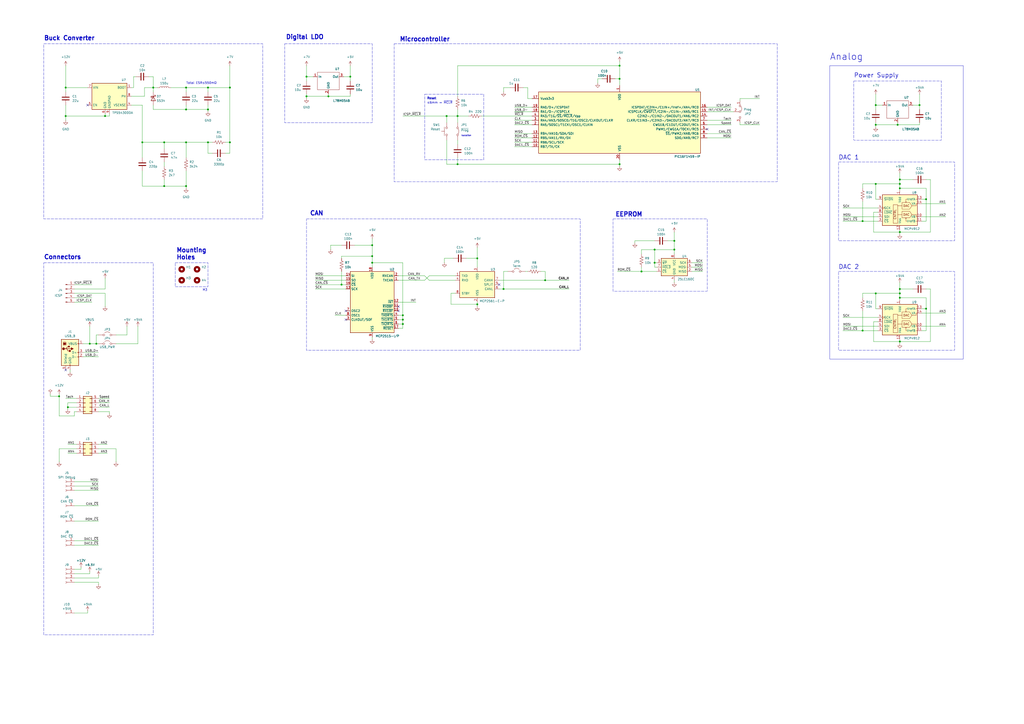
<source format=kicad_sch>
(kicad_sch (version 20250114) (generator "eeschema") (generator_version "9.0")
  (paper "A2")
  (title_block (title "CAN Gauge Interface") (date "2025-09-19") (rev "0.1") (company "Sam Anthony"))
  (rectangle (start 25.4 25.4) (end 152.4 127) (stroke (width 0) (type dash)))
  (rectangle (start 495.3 46.99) (end 546.1 81.28) (stroke (width 0) (type dash)))
  (rectangle (start 355.6 127) (end 410.21 168.91) (stroke (width 0) (type dash)))
  (rectangle (start 101.6 152.3999) (end 120.65 166.3699) (stroke (width 0) (type dash)))
  (rectangle (start 165.1 25.4) (end 215.9 71.12) (stroke (width 0) (type dash)))
  (rectangle (start 246.38 54.61) (end 280.67 92.71) (stroke (width 0) (type dash)))
  (rectangle (start 486.41 157.48) (end 553.72 203.2) (stroke (width 0) (type dash)))
  (rectangle (start 177.8 127) (end 336.55 203.2) (stroke (width 0) (type dash)))
  (rectangle (start 25.4 152.4) (end 88.9 368.3) (stroke (width 0) (type dash)))
  (rectangle (start 486.41 93.98) (end 553.72 139.7) (stroke (width 0) (type dash)))
  (rectangle (start 228.6 25.4) (end 450.85 105.41) (stroke (width 0) (type dash)))
  (rectangle (start 481.33 38.1) (end 558.8 208.28))
  (text "Connectors" (at 25.4 149.225 0) (effects (font (size 2.54 2.54) (thickness 0.508) (bold yes)) (justify left)))
  (text "Power Supply" (at 495.3 43.815 0) (effects (font (size 2.54 2.54) (thickness 0.254) (bold yes)) (justify left)))
  (text "Buck Converter" (at 25.4 22.225 0) (effects (font (size 2.54 2.54) (thickness 0.508) (bold yes)) (justify left)))
  (text "Total ESR≤550mΩ" (at 107.95 48.26 0) (effects (font (size 1.27 1.27)) (justify left)))
  (text "CAN" (at 179.705 123.825 0) (effects (font (size 2.54 2.54) (thickness 0.508) (bold yes)) (justify left)))
  (text "Reset" (at 247.65 57.15 0) (effects (font (size 1.27 1.27) (thickness 0.254) (bold yes)) (justify left)))
  (text "Mounting\nHoles" (at 102.235 147.3199 0) (effects (font (size 2.54 2.54) (thickness 0.508) (bold yes)) (justify left)))
  (text "M3\n" (at 117.475 168.2749 0) (effects (font (size 1.27 1.27)) (justify left)))
  (text "EEPROM" (at 356.87 124.46 0) (effects (font (size 2.54 2.54) (thickness 0.508) (bold yes)) (justify left)))
  (text "Digital LDO" (at 165.735 21.59 0) (effects (font (size 2.54 2.54) (thickness 0.508) (bold yes)) (justify left)))
  (text "≤6mm ↔ ~{MCLR}" (at 247.65 59.69 0) (effects (font (size 1.27 1.27)) (justify left)))
  (text "DAC 1" (at 486.41 91.44 0) (effects (font (size 2.54 2.54) (thickness 0.254) (bold yes)) (justify left)))
  (text "Microcontroller" (at 231.775 22.86 0) (effects (font (size 2.54 2.54) (thickness 0.508) (bold yes)) (justify left)))
  (text "Analog" (at 481.33 33.02 0) (effects (font (size 3.81 3.81) (thickness 0.254) (bold yes)) (justify left)))
  (text "Isolation" (at 270.51 78.74 0) (effects (font (size 0.889 0.889))))
  (text "DAC 2" (at 486.41 154.94 0) (effects (font (size 2.54 2.54) (thickness 0.254) (bold yes)) (justify left)))
  (junction (at 38.1 50.8))
  (junction (at 120.65 50.8))
  (junction (at 39.37 236.22))
  (junction (at 521.97 170.18))
  (junction (at 120.65 63.5))
  (junction (at 521.97 172.72))
  (junction (at 391.16 144.78))
  (junction (at 521.97 104.14))
  (junction (at 233.68 185.42))
  (junction (at 533.4 60.96))
  (junction (at 508 170.18))
  (junction (at 391.16 139.7))
  (junction (at 537.21 115.57))
  (junction (at 60.96 67.31))
  (junction (at 500.38 191.77))
  (junction (at 359.41 38.1))
  (junction (at 107.95 82.55))
  (junction (at 34.29 229.87))
  (junction (at 203.2 44.45))
  (junction (at 107.95 63.5))
  (junction (at 177.8 55.88))
  (junction (at 233.68 182.88))
  (junction (at 359.41 45.72))
  (junction (at 120.65 82.55))
  (junction (at 55.88 199.39))
  (junction (at 500.38 128.27))
  (junction (at 88.9 50.8))
  (junction (at 521.97 134.62))
  (junction (at 359.41 95.25))
  (junction (at 95.25 107.95))
  (junction (at 82.55 82.55))
  (junction (at 38.1 67.31))
  (junction (at 107.95 107.95))
  (junction (at 215.9 142.24))
  (junction (at 265.43 67.31))
  (junction (at 521.97 106.68))
  (junction (at 521.97 198.12))
  (junction (at 537.21 179.07))
  (junction (at 95.25 82.55))
  (junction (at 276.86 176.53))
  (junction (at 508 60.96))
  (junction (at 215.9 152.4))
  (junction (at 276.86 149.86))
  (junction (at 316.23 162.56))
  (junction (at 379.73 152.4))
  (junction (at 133.35 50.8))
  (junction (at 521.97 167.64))
  (junction (at 372.11 157.48))
  (junction (at 52.07 199.39))
  (junction (at 215.9 148.59))
  (junction (at 508 106.68))
  (junction (at 190.5 55.88))
  (junction (at 198.12 165.1))
  (junction (at 508 72.39))
  (junction (at 379.73 144.78))
  (junction (at 133.35 82.55))
  (junction (at 520.7 72.39))
  (junction (at 521.97 109.22))
  (junction (at 177.8 44.45))
  (junction (at 107.95 50.8))
  (junction (at 265.43 95.25))
  (junction (at 259.08 67.31))
  (junction (at 233.68 187.96))
  (junction (at 292.1 167.64))
  (no_connect (at 38.1 214.63))
  (no_connect (at 231.14 177.8))
  (no_connect (at 200.66 185.42))
  (no_connect (at 50.8 60.96))
  (no_connect (at 289.56 165.1))
  (no_connect (at 200.66 180.34))
  (no_connect (at 410.21 74.93))
  (no_connect (at 231.14 180.34))
  (wire (pts (xy 231.14 162.56) (xy 246.38 162.56)))
  (wire (pts (xy 265.43 95.25) (xy 265.43 91.44)))
  (wire (pts (xy 410.21 69.85) (xy 424.18 69.85)))
  (wire (pts (xy 203.2 55.88) (xy 203.2 54.61)))
  (wire (pts (xy 215.9 142.24) (xy 215.9 148.59)))
  (wire (pts (xy 506.73 186.69) (xy 509.27 186.69)))
  (wire (pts (xy 292.1 157.48) (xy 294.64 157.48)))
  (wire (pts (xy 44.45 260.35) (xy 34.29 260.35)))
  (wire (pts (xy 233.68 187.96) (xy 233.68 185.42)))
  (wire (pts (xy 506.73 123.19) (xy 509.27 123.19)))
  (wire (pts (xy 265.43 38.1) (xy 359.41 38.1)))
  (wire (pts (xy 231.14 187.96) (xy 233.68 187.96)))
  (wire (pts (xy 289.56 167.64) (xy 292.1 167.64)))
  (wire (pts (xy 521.97 172.72) (xy 521.97 173.99)))
  (wire (pts (xy 215.9 195.58) (xy 215.9 196.85)))
  (wire (pts (xy 60.96 167.64) (xy 60.96 161.29)))
  (wire (pts (xy 48.26 204.47) (xy 57.15 204.47)))
  (wire (pts (xy 381 152.4) (xy 379.73 152.4)))
  (wire (pts (xy 508 71.12) (xy 508 72.39)))
  (wire (pts (xy 38.1 38.1) (xy 38.1 50.8)))
  (wire (pts (xy 262.89 149.86) (xy 257.81 149.86)))
  (wire (pts (xy 508 179.07) (xy 508 170.18)))
  (wire (pts (xy 177.8 55.88) (xy 190.5 55.88)))
  (wire (pts (xy 500.38 191.77) (xy 509.27 191.77)))
  (wire (pts (xy 372.11 144.78) (xy 379.73 144.78)))
  (wire (pts (xy 265.43 38.1) (xy 265.43 55.88)))
  (wire (pts (xy 534.67 128.27) (xy 537.21 128.27)))
  (wire (pts (xy 488.95 184.15) (xy 509.27 184.15)))
  (wire (pts (xy 120.65 50.8) (xy 133.35 50.8)))
  (wire (pts (xy 521.97 196.85) (xy 521.97 198.12)))
  (wire (pts (xy 82.55 91.44) (xy 82.55 82.55)))
  (wire (pts (xy 233.68 185.42) (xy 233.68 182.88)))
  (wire (pts (xy 123.19 82.55) (xy 120.65 82.55)))
  (wire (pts (xy 521.97 198.12) (xy 521.97 199.39)))
  (wire (pts (xy 537.21 172.72) (xy 521.97 172.72)))
  (wire (pts (xy 410.21 64.77) (xy 425.45 64.77)))
  (wire (pts (xy 34.29 241.3) (xy 34.29 229.87)))
  (wire (pts (xy 198.12 165.1) (xy 198.12 157.48)))
  (wire (pts (xy 57.15 260.35) (xy 67.31 260.35)))
  (wire (pts (xy 52.07 332.74) (xy 52.07 331.47)))
  (wire (pts (xy 203.2 46.99) (xy 203.2 44.45)))
  (wire (pts (xy 39.37 236.22) (xy 39.37 237.49)))
  (wire (pts (xy 38.1 50.8) (xy 38.1 53.34)))
  (wire (pts (xy 43.18 293.37) (xy 57.15 293.37)))
  (wire (pts (xy 57.15 233.68) (xy 63.5 233.68)))
  (wire (pts (xy 298.45 82.55) (xy 308.61 82.55)))
  (wire (pts (xy 506.73 134.62) (xy 521.97 134.62)))
  (wire (pts (xy 82.55 60.96) (xy 82.55 82.55)))
  (wire (pts (xy 534.67 181.61) (xy 548.64 181.61)))
  (wire (pts (xy 203.2 44.45) (xy 199.39 44.45)))
  (wire (pts (xy 539.75 134.62) (xy 521.97 134.62)))
  (wire (pts (xy 182.88 165.1) (xy 198.12 165.1)))
  (wire (pts (xy 511.81 60.96) (xy 508 60.96)))
  (wire (pts (xy 43.18 302.26) (xy 57.15 302.26)))
  (wire (pts (xy 429.26 71.12) (xy 429.26 72.39)))
  (wire (pts (xy 95.25 93.98) (xy 95.25 96.52)))
  (wire (pts (xy 509.27 115.57) (xy 508 115.57)))
  (wire (pts (xy 508 72.39) (xy 520.7 72.39)))
  (wire (pts (xy 534.67 118.11) (xy 548.64 118.11)))
  (wire (pts (xy 55.88 199.39) (xy 57.15 199.39)))
  (wire (pts (xy 88.9 63.5) (xy 107.95 63.5)))
  (wire (pts (xy 298.45 69.85) (xy 308.61 69.85)))
  (wire (pts (xy 182.88 160.02) (xy 200.66 160.02)))
  (wire (pts (xy 537.21 109.22) (xy 537.21 115.57)))
  (wire (pts (xy 410.21 62.23) (xy 424.18 62.23)))
  (wire (pts (xy 508 106.68) (xy 521.97 106.68)))
  (wire (pts (xy 508 115.57) (xy 508 106.68)))
  (wire (pts (xy 537.21 172.72) (xy 537.21 179.07)))
  (wire (pts (xy 194.31 182.88) (xy 200.66 182.88)))
  (wire (pts (xy 46.99 330.2) (xy 46.99 328.93)))
  (wire (pts (xy 488.95 189.23) (xy 509.27 189.23)))
  (wire (pts (xy 203.2 38.1) (xy 203.2 44.45)))
  (wire (pts (xy 520.7 72.39) (xy 520.7 71.12)))
  (wire (pts (xy 372.11 147.32) (xy 372.11 144.78)))
  (wire (pts (xy 177.8 54.61) (xy 177.8 55.88)))
  (wire (pts (xy 359.41 45.72) (xy 356.87 45.72)))
  (wire (pts (xy 57.15 236.22) (xy 63.5 236.22)))
  (wire (pts (xy 359.41 49.53) (xy 359.41 45.72)))
  (wire (pts (xy 215.9 148.59) (xy 215.9 152.4)))
  (wire (pts (xy 82.55 107.95) (xy 95.25 107.95)))
  (wire (pts (xy 107.95 82.55) (xy 95.25 82.55)))
  (wire (pts (xy 233.68 67.31) (xy 259.08 67.31)))
  (wire (pts (xy 429.26 58.42) (xy 429.26 57.15)))
  (wire (pts (xy 521.97 167.64) (xy 521.97 170.18)))
  (wire (pts (xy 506.73 134.62) (xy 506.73 123.19)))
  (wire (pts (xy 107.95 82.55) (xy 107.95 91.44)))
  (wire (pts (xy 534.67 189.23) (xy 548.64 189.23)))
  (wire (pts (xy 50.8 355.6) (xy 50.8 354.33)))
  (wire (pts (xy 43.18 165.1) (xy 53.34 165.1)))
  (wire (pts (xy 191.77 142.24) (xy 191.77 144.78)))
  (wire (pts (xy 120.65 82.55) (xy 107.95 82.55)))
  (wire (pts (xy 57.15 238.76) (xy 63.5 238.76)))
  (wire (pts (xy 39.37 236.22) (xy 44.45 236.22)))
  (wire (pts (xy 521.97 163.83) (xy 521.97 167.64)))
  (wire (pts (xy 539.75 167.64) (xy 539.75 198.12)))
  (wire (pts (xy 133.35 50.8) (xy 133.35 82.55)))
  (wire (pts (xy 60.96 170.18) (xy 60.96 177.8)))
  (wire (pts (xy 308.61 57.15) (xy 306.07 57.15)))
  (wire (pts (xy 539.75 104.14) (xy 539.75 134.62)))
  (wire (pts (xy 379.73 154.94) (xy 379.73 152.4)))
  (wire (pts (xy 537.21 109.22) (xy 521.97 109.22)))
  (wire (pts (xy 44.45 233.68) (xy 39.37 233.68)))
  (wire (pts (xy 57.15 337.82) (xy 57.15 339.09)))
  (wire (pts (xy 379.73 144.78) (xy 391.16 144.78)))
  (wire (pts (xy 55.88 194.31) (xy 57.15 194.31)))
  (wire (pts (xy 177.8 55.88) (xy 177.8 57.15)))
  (wire (pts (xy 372.11 157.48) (xy 372.11 154.94)))
  (wire (pts (xy 67.31 260.35) (xy 67.31 267.97)))
  (wire (pts (xy 38.1 67.31) (xy 38.1 69.85)))
  (wire (pts (xy 391.16 139.7) (xy 391.16 144.78)))
  (wire (pts (xy 401.32 157.48) (xy 407.67 157.48)))
  (wire (pts (xy 306.07 50.8) (xy 303.53 50.8)))
  (wire (pts (xy 533.4 54.61) (xy 533.4 60.96)))
  (wire (pts (xy 107.95 50.8) (xy 120.65 50.8)))
  (wire (pts (xy 88.9 44.45) (xy 88.9 50.8)))
  (wire (pts (xy 270.51 149.86) (xy 276.86 149.86)))
  (wire (pts (xy 76.2 60.96) (xy 82.55 60.96)))
  (wire (pts (xy 88.9 60.96) (xy 88.9 63.5)))
  (wire (pts (xy 410.21 80.01) (xy 424.18 80.01)))
  (wire (pts (xy 198.12 149.86) (xy 198.12 148.59)))
  (wire (pts (xy 306.07 57.15) (xy 306.07 50.8)))
  (wire (pts (xy 107.95 63.5) (xy 120.65 63.5)))
  (wire (pts (xy 429.26 57.15) (xy 440.69 57.15)))
  (wire (pts (xy 190.5 55.88) (xy 190.5 54.61)))
  (wire (pts (xy 292.1 50.8) (xy 292.1 53.34)))
  (wire (pts (xy 57.15 262.89) (xy 62.23 262.89)))
  (wire (pts (xy 500.38 106.68) (xy 508 106.68)))
  (wire (pts (xy 99.06 50.8) (xy 107.95 50.8)))
  (wire (pts (xy 44.45 238.76) (xy 43.18 238.76)))
  (wire (pts (xy 107.95 60.96) (xy 107.95 63.5)))
  (wire (pts (xy 88.9 53.34) (xy 88.9 50.8)))
  (wire (pts (xy 257.81 149.86) (xy 257.81 152.4)))
  (wire (pts (xy 316.23 157.48) (xy 316.23 162.56)))
  (wire (pts (xy 39.37 257.81) (xy 44.45 257.81)))
  (wire (pts (xy 120.65 82.55) (xy 120.65 88.9)))
  (wire (pts (xy 43.18 335.28) (xy 57.15 335.28)))
  (wire (pts (xy 107.95 107.95) (xy 107.95 109.22)))
  (wire (pts (xy 410.21 72.39) (xy 424.18 72.39)))
  (wire (pts (xy 63.5 238.76) (xy 63.5 240.03)))
  (wire (pts (xy 133.35 82.55) (xy 133.35 88.9)))
  (wire (pts (xy 259.08 67.31) (xy 259.08 71.12)))
  (wire (pts (xy 233.68 152.4) (xy 233.68 182.88)))
  (wire (pts (xy 95.25 107.95) (xy 107.95 107.95)))
  (wire (pts (xy 43.18 316.23) (xy 57.15 316.23)))
  (wire (pts (xy 265.43 81.28) (xy 265.43 83.82)))
  (wire (pts (xy 233.68 152.4) (xy 215.9 152.4)))
  (wire (pts (xy 120.65 50.8) (xy 120.65 53.34)))
  (wire (pts (xy 521.97 109.22) (xy 521.97 110.49)))
  (wire (pts (xy 298.45 77.47) (xy 308.61 77.47)))
  (wire (pts (xy 200.66 165.1) (xy 198.12 165.1)))
  (wire (pts (xy 298.45 85.09) (xy 308.61 85.09)))
  (wire (pts (xy 316.23 162.56) (xy 330.2 162.56)))
  (wire (pts (xy 259.08 67.31) (xy 265.43 67.31)))
  (wire (pts (xy 539.75 198.12) (xy 521.97 198.12)))
  (wire (pts (xy 198.12 148.59) (xy 215.9 148.59)))
  (wire (pts (xy 29.21 228.6) (xy 29.21 229.87)))
  (wire (pts (xy 120.65 63.5) (xy 120.65 60.96)))
  (wire (pts (xy 107.95 107.95) (xy 107.95 99.06)))
  (wire (pts (xy 177.8 38.1) (xy 177.8 44.45)))
  (wire (pts (xy 537.21 179.07) (xy 537.21 191.77)))
  (wire (pts (xy 521.97 100.33) (xy 521.97 104.14)))
  (wire (pts (xy 231.14 190.5) (xy 233.68 190.5)))
  (wire (pts (xy 29.21 229.87) (xy 34.29 229.87)))
  (wire (pts (xy 304.8 157.48) (xy 306.07 157.48)))
  (wire (pts (xy 358.14 157.48) (xy 372.11 157.48)))
  (wire (pts (xy 107.95 50.8) (xy 107.95 53.34)))
  (wire (pts (xy 506.73 198.12) (xy 521.97 198.12)))
  (wire (pts (xy 295.91 50.8) (xy 292.1 50.8)))
  (wire (pts (xy 359.41 95.25) (xy 359.41 96.52)))
  (wire (pts (xy 521.97 104.14) (xy 529.59 104.14)))
  (wire (pts (xy 43.18 284.48) (xy 57.15 284.48)))
  (wire (pts (xy 43.18 281.94) (xy 57.15 281.94)))
  (wire (pts (xy 521.97 170.18) (xy 521.97 172.72)))
  (wire (pts (xy 500.38 172.72) (xy 500.38 170.18)))
  (wire (pts (xy 43.18 238.76) (xy 43.18 241.3)))
  (wire (pts (xy 55.88 199.39) (xy 55.88 194.31)))
  (wire (pts (xy 57.15 231.14) (xy 63.5 231.14)))
  (wire (pts (xy 60.96 67.31) (xy 60.96 66.04)))
  (wire (pts (xy 67.31 199.39) (xy 80.01 199.39)))
  (wire (pts (xy 279.4 67.31) (xy 308.61 67.31)))
  (wire (pts (xy 43.18 241.3) (xy 34.29 241.3)))
  (wire (pts (xy 82.55 82.55) (xy 95.25 82.55)))
  (wire (pts (xy 534.67 179.07) (xy 537.21 179.07)))
  (wire (pts (xy 48.26 199.39) (xy 52.07 199.39)))
  (wire (pts (xy 259.08 81.28) (xy 259.08 95.25)))
  (wire (pts (xy 52.07 199.39) (xy 55.88 199.39)))
  (wire (pts (xy 500.38 170.18) (xy 508 170.18)))
  (wire (pts (xy 298.45 64.77) (xy 308.61 64.77)))
  (wire (pts (xy 500.38 128.27) (xy 509.27 128.27)))
  (wire (pts (xy 401.32 154.94) (xy 407.67 154.94)))
  (wire (pts (xy 120.65 63.5) (xy 120.65 64.77)))
  (wire (pts (xy 521.97 106.68) (xy 521.97 109.22)))
  (wire (pts (xy 57.15 257.81) (xy 62.23 257.81)))
  (wire (pts (xy 410.21 77.47) (xy 424.18 77.47)))
  (wire (pts (xy 76.2 50.8) (xy 77.47 50.8)))
  (wire (pts (xy 508 170.18) (xy 521.97 170.18)))
  (wire (pts (xy 276.86 176.53) (xy 276.86 177.8)))
  (wire (pts (xy 248.92 160.02) (xy 246.38 162.56)))
  (wire (pts (xy 38.1 60.96) (xy 38.1 67.31)))
  (wire (pts (xy 43.18 332.74) (xy 52.07 332.74)))
  (wire (pts (xy 57.15 335.28) (xy 57.15 334.01)))
  (wire (pts (xy 39.37 233.68) (xy 39.37 236.22)))
  (wire (pts (xy 500.38 116.84) (xy 500.38 128.27)))
  (wire (pts (xy 346.71 45.72) (xy 349.25 45.72)))
  (wire (pts (xy 391.16 162.56) (xy 391.16 163.83)))
  (wire (pts (xy 34.29 260.35) (xy 34.29 267.97)))
  (wire (pts (xy 38.1 231.14) (xy 44.45 231.14)))
  (wire (pts (xy 231.14 182.88) (xy 233.68 182.88)))
  (wire (pts (xy 130.81 82.55) (xy 133.35 82.55)))
  (wire (pts (xy 391.16 144.78) (xy 391.16 147.32)))
  (wire (pts (xy 379.73 144.78) (xy 379.73 152.4)))
  (wire (pts (xy 88.9 50.8) (xy 91.44 50.8)))
  (wire (pts (xy 521.97 134.62) (xy 521.97 135.89)))
  (wire (pts (xy 43.18 337.82) (xy 57.15 337.82)))
  (wire (pts (xy 508 60.96) (xy 508 63.5)))
  (wire (pts (xy 313.69 157.48) (xy 316.23 157.48)))
  (wire (pts (xy 359.41 92.71) (xy 359.41 95.25)))
  (wire (pts (xy 488.95 191.77) (xy 500.38 191.77)))
  (wire (pts (xy 276.86 175.26) (xy 276.86 176.53)))
  (wire (pts (xy 43.18 313.69) (xy 57.15 313.69)))
  (wire (pts (xy 63.5 66.04) (xy 63.5 67.31)))
  (wire (pts (xy 508 72.39) (xy 508 73.66)))
  (wire (pts (xy 506.73 198.12) (xy 506.73 186.69)))
  (wire (pts (xy 429.26 72.39) (xy 440.69 72.39)))
  (wire (pts (xy 292.1 167.64) (xy 292.1 157.48)))
  (wire (pts (xy 508 54.61) (xy 508 60.96)))
  (wire (pts (xy 182.88 167.64) (xy 200.66 167.64)))
  (wire (pts (xy 43.18 355.6) (xy 50.8 355.6)))
  (wire (pts (xy 133.35 88.9) (xy 130.81 88.9)))
  (wire (pts (xy 387.35 139.7) (xy 391.16 139.7)))
  (wire (pts (xy 391.16 134.62) (xy 391.16 139.7)))
  (wire (pts (xy 265.43 95.25) (xy 359.41 95.25)))
  (wire (pts (xy 537.21 104.14) (xy 539.75 104.14)))
  (wire (pts (xy 198.12 142.24) (xy 191.77 142.24)))
  (wire (pts (xy 261.62 170.18) (xy 264.16 170.18)))
  (wire (pts (xy 215.9 138.43) (xy 215.9 142.24)))
  (wire (pts (xy 521.97 104.14) (xy 521.97 106.68)))
  (wire (pts (xy 43.18 167.64) (xy 60.96 167.64)))
  (wire (pts (xy 265.43 67.31) (xy 271.78 67.31)))
  (wire (pts (xy 534.67 115.57) (xy 537.21 115.57)))
  (wire (pts (xy 289.56 162.56) (xy 316.23 162.56)))
  (wire (pts (xy 95.25 104.14) (xy 95.25 107.95)))
  (wire (pts (xy 48.26 207.01) (xy 57.15 207.01)))
  (wire (pts (xy 77.47 44.45) (xy 78.74 44.45)))
  (wire (pts (xy 77.47 50.8) (xy 77.47 44.45)))
  (wire (pts (xy 133.35 38.1) (xy 133.35 50.8)))
  (wire (pts (xy 83.82 50.8) (xy 88.9 50.8)))
  (wire (pts (xy 533.4 72.39) (xy 533.4 71.12)))
  (wire (pts (xy 76.2 55.88) (xy 83.82 55.88)))
  (wire (pts (xy 82.55 99.06) (xy 82.55 107.95)))
  (wire (pts (xy 73.66 194.31) (xy 73.66 189.23)))
  (wire (pts (xy 43.18 170.18) (xy 60.96 170.18)))
  (wire (pts (xy 52.07 189.23) (xy 52.07 199.39)))
  (wire (pts (xy 177.8 44.45) (xy 177.8 46.99)))
  (wire (pts (xy 120.65 88.9) (xy 123.19 88.9)))
  (wire (pts (xy 265.43 67.31) (xy 265.43 71.12)))
  (wire (pts (xy 215.9 152.4) (xy 215.9 154.94)))
  (wire (pts (xy 259.08 95.25) (xy 265.43 95.25)))
  (wire (pts (xy 401.32 152.4) (xy 407.67 152.4)))
  (wire (pts (xy 190.5 55.88) (xy 203.2 55.88)))
  (wire (pts (xy 261.62 176.53) (xy 261.62 170.18)))
  (wire (pts (xy 34.29 229.87) (xy 34.29 228.6)))
  (wire (pts (xy 63.5 67.31) (xy 60.96 67.31)))
  (wire (pts (xy 43.18 175.26) (xy 53.34 175.26)))
  (wire (pts (xy 181.61 44.45) (xy 177.8 44.45)))
  (wire (pts (xy 40.64 214.63) (xy 40.64 215.9)))
  (wire (pts (xy 381 154.94) (xy 379.73 154.94)))
  (wire (pts (xy 534.67 125.73) (xy 548.64 125.73)))
  (wire (pts (xy 205.74 142.24) (xy 215.9 142.24)))
  (wire (pts (xy 231.14 160.02) (xy 246.38 160.02)))
  (wire (pts (xy 500.38 109.22) (xy 500.38 106.68)))
  (wire (pts (xy 500.38 180.34) (xy 500.38 191.77)))
  (wire (pts (xy 276.86 176.53) (xy 261.62 176.53)))
  (wire (pts (xy 346.71 48.26) (xy 346.71 45.72)))
  (wire (pts (xy 534.67 191.77) (xy 537.21 191.77)))
  (wire (pts (xy 67.31 194.31) (xy 73.66 194.31)))
  (wire (pts (xy 43.18 279.4) (xy 57.15 279.4)))
  (wire (pts (xy 488.95 128.27) (xy 500.38 128.27)))
  (wire (pts (xy 368.3 139.7) (xy 368.3 140.97)))
  (wire (pts (xy 60.96 67.31) (xy 38.1 67.31)))
  (wire (pts (xy 368.3 139.7) (xy 379.73 139.7)))
  (wire (pts (xy 38.1 50.8) (xy 50.8 50.8)))
  (wire (pts (xy 509.27 179.07) (xy 508 179.07)))
  (wire (pts (xy 298.45 80.01) (xy 308.61 80.01)))
  (wire (pts (xy 359.41 38.1) (xy 359.41 45.72)))
  (wire (pts (xy 276.86 143.51) (xy 276.86 149.86)))
  (wire (pts (xy 381 157.48) (xy 372.11 157.48)))
  (wire (pts (xy 83.82 55.88) (xy 83.82 50.8)))
  (wire (pts (xy 233.68 190.5) (xy 233.68 187.96)))
  (wire (pts (xy 537.21 167.64) (xy 539.75 167.64)))
  (wire (pts (xy 521.97 167.64) (xy 529.59 167.64)))
  (wire (pts (xy 488.95 125.73) (xy 509.27 125.73)))
  (wire (pts (xy 359.41 35.56) (xy 359.41 38.1)))
  (wire (pts (xy 292.1 167.64) (xy 330.2 167.64)))
  (wire (pts (xy 231.14 175.26) (xy 241.3 175.26)))
  (wire (pts (xy 39.37 262.89) (xy 44.45 262.89)))
  (wire (pts (xy 231.14 185.42) (xy 233.68 185.42)))
  (wire (pts (xy 521.97 133.35) (xy 521.97 134.62)))
  (wire (pts (xy 298.45 62.23) (xy 308.61 62.23)))
  (wire (pts (xy 248.92 162.56) (xy 264.16 162.56)))
  (wire (pts (xy 488.95 120.65) (xy 509.27 120.65)))
  (wire (pts (xy 182.88 162.56) (xy 200.66 162.56)))
  (wire (pts (xy 533.4 63.5) (xy 533.4 60.96)))
  (wire (pts (xy 248.92 160.02) (xy 264.16 160.02)))
  (wire (pts (xy 246.38 160.02) (xy 248.92 162.56)))
  (wire (pts (xy 43.18 330.2) (xy 46.99 330.2)))
  (wire (pts (xy 537.21 115.57) (xy 537.21 128.27)))
  (wire (pts (xy 265.43 63.5) (xy 265.43 67.31)))
  (wire (pts (xy 43.18 172.72) (xy 53.34 172.72)))
  (wire (pts (xy 86.36 44.45) (xy 88.9 44.45)))
  (wire (pts (xy 520.7 72.39) (xy 533.4 72.39)))
  (wire (pts (xy 80.01 199.39) (xy 80.01 189.23)))
  (wire (pts (xy 276.86 149.86) (xy 276.86 154.94)))
  (wire (pts (xy 95.25 82.55) (xy 95.25 86.36)))
  (wire (pts (xy 533.4 60.96) (xy 529.59 60.96)))
  (wire (pts (xy 298.45 72.39) (xy 308.61 72.39)))
  (label "DAC1_~{CS}" (at 488.95 128.27 0))
  (label "MISO" (at 57.15 284.48 180))
  (label "CAN_H" (at 330.2 162.56 180) (effects (font (thickness 0.254) (bold yes))))
  (label "SCK" (at 407.67 152.4 180) (effects (font (thickness 0.1588))))
  (label "Speed" (at 63.5 231.14 180) (effects (font (thickness 0.1588))))
  (label "CLK" (at 298.45 69.85 0))
  (label "MOSI" (at 424.18 80.01 180) (effects (font (thickness 0.1588))))
  (label "ICSP_DAT" (at 424.18 62.23 180))
  (label "CAN_L" (at 63.5 236.22 180))
  (label "ROM_~{CS}" (at 358.14 157.48 0) (effects (font (thickness 0.1588))))
  (label "MOSI" (at 182.88 160.02 0) (effects (font (thickness 0.1588))))
  (label "DAC1_~{CS}" (at 298.45 85.09 0))
  (label "AN3" (at 62.23 262.89 180) (effects (font (thickness 0.1588))))
  (label "Speed" (at 424.18 72.39 180))
  (label "AN1" (at 548.64 118.11 180))
  (label "CAN_~{CS}" (at 424.18 77.47 180))
  (label "CAN_~{CS}" (at 57.15 293.37 180))
  (label "INT" (at 440.69 57.15 180))
  (label "CLK" (at 194.31 182.88 0))
  (label "MISO" (at 407.67 157.48 180) (effects (font (thickness 0.1588))))
  (label "INT" (at 241.3 175.26 180) (effects (font (thickness 0.1588))))
  (label "MOSI" (at 407.67 154.94 180) (effects (font (thickness 0.1588))))
  (label "ICSP_CLK" (at 53.34 175.26 180))
  (label "AN2" (at 62.23 257.81 180) (effects (font (thickness 0.1588))))
  (label "SCK" (at 298.45 82.55 0) (effects (font (thickness 0.1588))))
  (label "Tach" (at 38.1 231.14 0) (effects (font (thickness 0.1588))))
  (label "CAN_~{CS}" (at 182.88 165.1 0) (effects (font (thickness 0.1588))))
  (label "ICSP_CLK" (at 440.69 72.39 180))
  (label "USB_D+" (at 298.45 62.23 0))
  (label "SCK" (at 488.95 184.15 0) (effects (font (thickness 0.1588))))
  (label "ROM_~{CS}" (at 57.15 302.26 180))
  (label "AN1" (at 39.37 257.81 0) (effects (font (thickness 0.1588))))
  (label "DAC2_~{CS}" (at 298.45 72.39 0))
  (label "USB_D-" (at 298.45 64.77 0))
  (label "INT{slash}ICSP_CLK" (at 424.18 64.77 180))
  (label "SCK" (at 57.15 281.94 180))
  (label "AN4" (at 39.37 262.89 0) (effects (font (thickness 0.1588))))
  (label "MOSI" (at 488.95 125.73 0))
  (label "AN4" (at 548.64 189.23 180))
  (label "MISO" (at 182.88 162.56 0) (effects (font (thickness 0.1588))))
  (label "DAC1_~{CS}" (at 57.15 313.69 180))
  (label "MOSI" (at 57.15 279.4 180))
  (label "~{MCLR}" (at 298.45 67.31 0))
  (label "AN3" (at 548.64 181.61 180))
  (label "DAC2_~{CS}" (at 57.15 316.23 180))
  (label "USB_D-" (at 57.15 207.01 180))
  (label "AN2" (at 548.64 125.73 180))
  (label "USB_D+" (at 57.15 204.47 180))
  (label "SCK" (at 182.88 167.64 0) (effects (font (thickness 0.1588))))
  (label "Tach" (at 424.18 69.85 180))
  (label "ROM_~{CS}" (at 298.45 80.01 0))
  (label "ICSP_DAT" (at 53.34 172.72 180))
  (label "CAN_RX" (at 243.84 160.02 180))
  (label "ICSP_~{MCLR}" (at 53.34 165.1 180))
  (label "MISO" (at 298.45 77.47 0) (effects (font (thickness 0.1588))))
  (label "ICSP_~{MCLR}" (at 233.68 67.31 0))
  (label "MOSI" (at 488.95 189.23 0))
  (label "CAN_L" (at 330.2 167.64 180) (effects (font (thickness 0.254) (bold yes))))
  (label "SCK" (at 488.95 120.65 0) (effects (font (thickness 0.1588))))
  (label "DAC2_~{CS}" (at 488.95 191.77 0))
  (label "CAN_TX" (at 243.84 162.56 180))
  (label "CAN_H" (at 63.5 233.68 180) (effects (font (thickness 0.1588))))
  (symbol (lib_id "power:GND") (at 107.95 109.22 0) (unit 1)
    (property "Reference" "#PWR012" (effects (hide yes)))
    (property "Value" "GND" (at 107.95 114.3 0))
    (property "Description" "Power symbol creates a global label with name \"GND\" , ground" (effects (hide yes)))
  )
  (symbol (lib_id "power:GND") (at 215.9 196.85 0) (unit 1)
    (property "Reference" "#PWR028" (effects (hide yes)))
    (property "Value" "GND" (effects (hide yes)))
    (property "Description" "Power symbol creates a global label with name \"GND\" , ground" (effects (hide yes)))
  )
  (symbol (lib_id "Connector:USB_B") (at 40.64 204.47 0) (unit 1)
    (property "Reference" "J1" (at 40.64 192.405 0))
    (property "Value" "USB_B" (at 40.64 194.945 0))
    (property "Footprint" "Connector_USB:USB_B_OST_USB-B1HSxx_Horizontal" (effects (hide yes)))
    (property "Description" "USB Type B connector" (effects (hide yes)))
  )
  (symbol (lib_id "Device:C") (at 107.95 57.15 0) (unit 1)
    (property "Reference" "C3" (at 111.125 55.88 0) (effects (justify left)))
    (property "Value" "22u" (at 111.125 58.42 0) (effects (justify left)))
    (property "Description" "Unpolarized capacitor" (effects (hide yes)))
  )
  (symbol (lib_id "power:GND") (at 120.65 64.77 0) (unit 1)
    (property "Reference" "#PWR04" (effects (hide yes)))
    (property "Value" "GND" (at 120.65 69.85 0))
    (property "Description" "Power symbol creates a global label with name \"GND\" , ground" (effects (hide yes)))
  )
  (symbol (lib_id "Device:C") (at 95.25 90.17 0) (unit 1)
    (property "Reference" "C7" (at 99.06 88.8999 0) (effects (justify left)))
    (property "Value" "47n" (at 99.06 91.4399 0) (effects (justify left)))
    (property "Description" "Unpolarized capacitor" (effects (hide yes)))
  )
  (symbol (lib_id "power:GND") (at 57.15 339.09 0) (unit 1)
    (property "Reference" "#PWR039" (effects (hide yes)))
    (property "Value" "GND" (effects (hide yes)))
    (property "Description" "Power symbol creates a global label with name \"GND\" , ground" (effects (hide yes)))
  )
  (symbol (lib_id "power:+12V") (at 34.29 228.6 0) (unit 1)
    (property "Reference" "#PWR029" (effects (hide yes)))
    (property "Value" "+12V" (at 34.29 223.52 0))
    (property "Description" "Power symbol creates a global label with name \"+12V\"" (effects (hide yes)))
  )
  (symbol (lib_id "power:GND") (at 508 73.66 0) (unit 1)
    (property "Reference" "#PWR046" (effects (hide yes)))
    (property "Value" "GND" (at 508 78.74 0))
    (property "Description" "Power symbol creates a global label with name \"GND\" , ground" (effects (hide yes)))
  )
  (symbol (lib_id "power:GND") (at 63.5 240.03 0) (unit 1)
    (property "Reference" "#PWR033" (effects (hide yes)))
    (property "Value" "GND" (effects (hide yes)))
    (property "Description" "Power symbol creates a global label with name \"GND\" , ground" (effects (hide yes)))
  )
  (symbol (lib_id "power:+5V") (at 203.2 38.1 0) (unit 1)
    (property "Reference" "#PWR044" (effects (hide yes)))
    (property "Value" "+5V" (at 203.2 33.02 0))
    (property "Description" "Power symbol creates a global label with name \"+5V\"" (effects (hide yes)))
  )
  (symbol (lib_id "Device:C") (at 383.54 139.7 90) (unit 1)
    (property "Reference" "C15" (at 383.54 133.35 90))
    (property "Value" "100n" (at 383.54 135.89 90))
    (property "Footprint" "Capacitor_THT:C_Disc_D5.0mm_W2.5mm_P2.50mm" (effects (hide yes)))
    (property "Description" "Unpolarized capacitor" (effects (hide yes)))
  )
  (symbol (lib_id "Jumper:Jumper_2_Bridged") (at 265.43 76.2 270) (mirror x) (unit 1)
    (property "Reference" "JP1" (at 267.335 72.39 90) (effects (justify left)))
    (property "Value" "~{Prog}" (at 267.335 75.565 90) (effects (justify left)))
    (property "Footprint" "Connector_PinSocket_2.54mm:PinSocket_1x02_P2.54mm_Vertical" (effects (hide yes)))
    (property "Description" "Jumper, 2-pole, closed/bridged" (effects (hide yes)))
  )
  (symbol (lib_id "power:+7.5V") (at 177.8 38.1 0) (unit 1)
    (property "Reference" "#PWR043" (effects (hide yes)))
    (property "Value" "+7V" (at 177.8 33.02 0))
    (property "Description" "Power symbol creates a global label with name \"+7.5V\"" (effects (hide yes)))
  )
  (symbol (lib_id "Device:C") (at 266.7 149.86 90) (unit 1)
    (property "Reference" "C14" (at 266.7 143.51 90))
    (property "Value" "100n" (at 266.7 146.05 90))
    (property "Footprint" "Capacitor_THT:C_Disc_D5.0mm_W2.5mm_P2.50mm" (effects (hide yes)))
    (property "Description" "Unpolarized capacitor" (effects (hide yes)))
  )
  (symbol (lib_id "Device:C") (at 38.1 57.15 0) (unit 1)
    (property "Reference" "C1" (at 41.91 55.8799 0) (effects (justify left)))
    (property "Value" "22u" (at 41.91 58.4199 0) (effects (justify left)))
    (property "Description" "Unpolarized capacitor" (effects (hide yes)))
  )
  (symbol (lib_id "Regulator_Switching:TPS5430DDA") (at 63.5 55.88 0) (unit 1)
    (property "Reference" "U?" (at 71.755 46.355 0))
    (property "Value" "TPS5430DDA" (at 71.12 65.405 0))
    (property "Footprint" "Package_SO:TI_SO-PowerPAD-8_ThermalVias" (effects (hide yes)))
    (property "Datasheet" "http://www.ti.com/lit/ds/symlink/tps5430.pdf" (effects (hide yes)))
    (property "Description" "3A, Step Down Swift Converter, Adjustable Output Voltage, 5.5-36V Input Voltage, PowerSO-8" (effects (hide yes)))
  )
  (symbol (lib_id "Memory_EEPROM:25LCxxx") (at 391.16 154.94 0) (unit 1)
    (property "Reference" "U4" (at 395.605 148.59 0) (effects (justify left)))
    (property "Value" "25LC160C" (at 393.065 161.925 0) (effects (justify left)))
    (property "Footprint" "Package_DIP:DIP-8_W7.62mm" (effects (hide yes)))
    (property "Datasheet" "http://ww1.microchip.com/downloads/en/DeviceDoc/21832H.pdf" (effects (hide yes)))
    (property "Description" "SPI Serial EEPROM, DIP-8/SOIC-8/TSSOP-8" (effects (hide yes)))
  )
  (symbol (lib_id "Jumper:Jumper_3_Bridged12") (at 429.26 64.77 270) (unit 1) (in_bom no)
    (property "Reference" "JP2" (at 433.705 66.04 90))
    (property "Value" "Prog" (at 433.705 63.5 90))
    (property "Footprint" "Connector_PinSocket_2.54mm:PinSocket_1x03_P2.54mm_Vertical" (effects (hide yes)))
    (property "Description" "Jumper, 3-pole, pins 1+2 closed/bridged" (effects (hide yes)))
  )
  (symbol (lib_id "power:GND") (at 521.97 135.89 0) (unit 1)
    (property "Reference" "#PWR017" (effects (hide yes)))
    (property "Value" "GND" (effects (hide yes)))
    (property "Description" "Power symbol creates a global label with name \"GND\" , ground" (effects (hide yes)))
  )
  (symbol (lib_id "power:GND") (at 521.97 199.39 0) (unit 1)
    (property "Reference" "#PWR019" (effects (hide yes)))
    (property "Value" "GND" (effects (hide yes)))
    (property "Description" "Power symbol creates a global label with name \"GND\" , ground" (effects (hide yes)))
  )
  (symbol (lib_id "power:GND") (at 359.41 96.52 0) (unit 1)
    (property "Reference" "#PWR01" (effects (hide yes)))
    (property "Value" "GND" (effects (hide yes)))
    (property "Description" "Power symbol creates a global label with name \"GND\" , ground" (effects (hide yes)))
  )
  (symbol (lib_id "Device:R_US") (at 198.12 153.67 0) (unit 1)
    (property "Reference" "R7" (at 200.025 152.4 0) (effects (justify left)))
    (property "Value" "10k" (at 200.025 154.94 0) (effects (justify left)))
    (property "Footprint" "Resistor_THT:R_Axial_DIN0411_L9.9mm_D3.6mm_P12.70mm_Horizontal" (effects (hide yes)))
    (property "Description" "Resistor, US symbol" (effects (hide yes)))
  )
  (symbol (lib_id "Device:R_US") (at 372.11 151.13 0) (unit 1)
    (property "Reference" "R9" (at 374.015 149.86 0) (effects (justify left)))
    (property "Value" "10k" (at 374.015 152.4 0) (effects (justify left)))
    (property "Footprint" "Resistor_THT:R_Axial_DIN0411_L9.9mm_D3.6mm_P12.70mm_Horizontal" (effects (hide yes)))
    (property "Description" "Resistor, US symbol" (effects (hide yes)))
  )
  (symbol (lib_id "Mechanical:MountingHole") (at 105.41 156.2099 0) (unit 1) (exclude_from_sim yes) (in_bom no)
    (property "Reference" "H1" (at 107.95 154.9398 0) (effects (justify left)))
    (property "Value" "MountingHole" (effects (hide yes)))
    (property "Footprint" "MountingHole:MountingHole_3.2mm_M3_DIN965" (effects (hide yes)))
    (property "Description" "Mounting Hole without connection" (effects (hide yes)))
  )
  (symbol (lib_id "power:GND") (at 67.31 267.97 0) (unit 1)
    (property "Reference" "#PWR035" (effects (hide yes)))
    (property "Value" "GND" (effects (hide yes)))
    (property "Description" "Power symbol creates a global label with name \"GND\" , ground" (effects (hide yes)))
  )
  (symbol (lib_id "Jumper:Jumper_2_Open") (at 62.23 194.31 0) (unit 1)
    (property "Reference" "JP3" (at 62.23 191.135 0))
    (property "Value" "USB_PWR" (effects (hide yes)))
    (property "Footprint" "Connector_PinSocket_2.54mm:PinSocket_1x02_P2.54mm_Vertical" (effects (hide yes)))
    (property "Description" "Jumper, 2-pole, open" (effects (hide yes)))
  )
  (symbol (lib_id "Jumper:Jumper_2_Open") (at 62.23 199.39 0) (unit 1)
    (property "Reference" "JP4" (at 62.23 196.215 0))
    (property "Value" "USB_PWR" (at 62.23 201.295 0))
    (property "Footprint" "Connector_PinSocket_2.54mm:PinSocket_1x02_P2.54mm_Vertical" (effects (hide yes)))
    (property "Description" "Jumper, 2-pole, open" (effects (hide yes)))
  )
  (symbol (lib_id "Device:C") (at 120.65 57.15 0) (unit 1)
    (property "Reference" "C5" (at 123.825 55.88 0) (effects (justify left)))
    (property "Value" "22u" (at 123.825 58.42 0) (effects (justify left)))
    (property "Description" "Unpolarized capacitor" (effects (hide yes)))
  )
  (symbol (lib_id "Device:C") (at 201.93 142.24 90) (unit 1)
    (property "Reference" "C13" (at 201.93 135.89 90))
    (property "Value" "100n" (at 201.93 138.43 90))
    (property "Footprint" "Capacitor_THT:C_Disc_D5.0mm_W2.5mm_P2.50mm" (effects (hide yes)))
    (property "Description" "Unpolarized capacitor" (effects (hide yes)))
  )
  (symbol (lib_id "power:GND") (at 177.8 57.15 0) (unit 1)
    (property "Reference" "#PWR042" (effects (hide yes)))
    (property "Value" "GND" (at 177.8 62.23 0))
    (property "Description" "Power symbol creates a global label with name \"GND\" , ground" (effects (hide yes)))
  )
  (symbol (lib_id "Device:C") (at 82.55 95.25 0) (unit 1)
    (property "Reference" "C4" (at 86.36 93.9799 0) (effects (justify left)))
    (property "Value" "220p" (at 86.36 96.5199 0) (effects (justify left)))
    (property "Description" "Unpolarized capacitor" (effects (hide yes)))
  )
  (symbol (lib_id "Connector:Conn_01x04_Socket") (at 38.1 332.74 0) (mirror y) (unit 1)
    (property "Reference" "J9" (at 38.735 327.66 0))
    (property "Value" "Conn_01x04_Socket" (effects (hide yes)))
    (property "Footprint" "Connector_PinSocket_2.54mm:PinSocket_1x04_P2.54mm_Vertical" (effects (hide yes)))
    (property "Description" "Generic connector, single row, 01x04, script generated" (effects (hide yes)))
  )
  (symbol (lib_id "Device:C") (at 508 67.31 0) (unit 1)
    (property "Reference" "C?" (at 504.825 66.04 0) (effects (justify right)))
    (property "Value" "10u" (at 504.825 68.58 0) (effects (justify right)))
    (property "Description" "Unpolarized capacitor" (effects (hide yes)))
  )
  (symbol (lib_id "Connector_Generic:Conn_02x04_Top_Bottom") (at 49.53 233.68 0) (unit 1)
    (property "Reference" "J2" (at 50.8 227.965 0))
    (property "Value" "Conn_02x04_Top_Bottom" (effects (hide yes)))
    (property "Footprint" "Connector_Molex:Molex_Mini-Fit_Jr_5569-08A2_2x04_P4.20mm_Horizontal" (effects (hide yes)))
    (property "Datasheet" "https://www.molex.com/en-us/products/part-detail/39300080?display=pdf" (effects (hide yes)))
    (property "Description" "Generic connector, double row, 02x04, top/bottom pin numbering scheme (row 1: 1...pins_per_row, row2: pins_per_row+1 ... num_pins), script generated (kicad-library-utils/schlib/autogen/connector/)" (effects (hide yes)))
  )
  (symbol (lib_id "power:GND") (at 38.1 69.85 0) (unit 1)
    (property "Reference" "#PWR06" (effects (hide yes)))
    (property "Value" "GND" (at 38.1 74.93 0))
    (property "Description" "Power symbol creates a global label with name \"GND\" , ground" (effects (hide yes)))
  )
  (symbol (lib_id "Device:C") (at 265.43 87.63 0) (unit 1)
    (property "Reference" "C12" (at 269.24 86.3599 0) (effects (justify left)))
    (property "Value" "100n" (at 269.24 88.8999 0) (effects (justify left)))
    (property "Footprint" "Capacitor_THT:C_Disc_D5.0mm_W2.5mm_P2.50mm" (effects (hide yes)))
    (property "Description" "Unpolarized capacitor" (effects (hide yes)))
  )
  (symbol (lib_id "Device:R_US") (at 127 82.55 90) (unit 1)
    (property "Reference" "R1" (at 127 76.835 90))
    (property "Value" "10k" (at 127 79.375 90))
    (property "Description" "Resistor, US symbol" (effects (hide yes)))
  )
  (symbol (lib_id "power:+5V") (at 73.66 189.23 0) (unit 1)
    (property "Reference" "#PWR032" (effects (hide yes)))
    (property "Value" "+5V" (at 73.66 185.42 0))
    (property "Description" "Power symbol creates a global label with name \"+5V\"" (effects (hide yes)))
  )
  (symbol (lib_id "Device:C") (at 533.4 167.64 90) (unit 1)
    (property "Reference" "C17" (at 533.4 161.29 90))
    (property "Value" "100n" (at 533.4 163.83 90))
    (property "Footprint" "Capacitor_THT:C_Disc_D5.0mm_W2.5mm_P2.50mm" (effects (hide yes)))
    (property "Description" "Unpolarized capacitor" (effects (hide yes)))
  )
  (symbol (lib_id "power:+5VA") (at 533.4 54.61 0) (mirror y) (unit 1)
    (property "Reference" "#PWR022" (effects (hide yes)))
    (property "Value" "+5VA" (at 533.4 50.8 0))
    (property "Description" "Power symbol creates a global label with name \"+5VA\"" (effects (hide yes)))
  )
  (symbol (lib_id "Analog_DAC:MCP4912") (at 521.97 120.65 0) (unit 1)
    (property "Reference" "U8" (at 528.955 111.76 0) (effects (justify left)))
    (property "Value" "MCP4912" (at 524.51 132.715 0) (effects (justify left)))
    (property "Footprint" "Package_DIP:DIP-14_W7.62mm" (effects (hide yes)))
    (property "Datasheet" "http://ww1.microchip.com/downloads/en/DeviceDoc/22250A.pdf" (effects (hide yes)))
    (property "Description" "2-Channel 10-Bit D/A Converters with SPI Interface" (effects (hide yes)))
  )
  (symbol (lib_id "Device:R_US") (at 275.59 67.31 90) (unit 1)
    (property "Reference" "R4" (at 273.05 64.77 90))
    (property "Value" "220" (at 277.495 64.77 90))
    (property "Footprint" "Resistor_THT:R_Axial_DIN0411_L9.9mm_D3.6mm_P12.70mm_Horizontal" (effects (hide yes)))
    (property "Description" "Resistor, US symbol" (effects (hide yes)))
  )
  (symbol (lib_id "Device:D_Schottky") (at 88.9 57.15 270) (unit 1)
    (property "Reference" "D?" (at 90.805 55.88 90) (effects (justify left)))
    (property "Value" "SS34" (at 90.805 58.42 90) (effects (justify left)))
    (property "Description" "Schottky diode" (effects (hide yes)))
  )
  (symbol (lib_id "Connector:Conn_01x01_Socket") (at 38.1 293.37 0) (mirror y) (unit 1)
    (property "Reference" "J6" (at 38.735 288.29 0))
    (property "Value" "CAN ~{CS}" (at 38.735 290.83 0))
    (property "Footprint" "Connector_PinSocket_2.54mm:PinSocket_1x01_P2.54mm_Vertical" (effects (hide yes)))
    (property "Description" "Generic connector, single row, 01x01, script generated" (effects (hide yes)))
  )
  (symbol (lib_id "power:GND") (at 39.37 237.49 0) (unit 1)
    (property "Reference" "#PWR030" (effects (hide yes)))
    (property "Value" "GND" (effects (hide yes)))
    (property "Description" "Power symbol creates a global label with name \"GND\" , ground" (effects (hide yes)))
  )
  (symbol (lib_id "symbols:L78M05AB") (at 190.5 41.91 0) (unit 1)
    (property "Reference" "U?" (at 195.58 40.005 0))
    (property "Value" "L78M05AB" (at 198.12 58.42 0))
    (property "Footprint" "Package_TO_SOT_SMD:TO-252-2" (effects (hide yes)))
    (property "Datasheet" "https://www.st.com/resource/en/datasheet/l78m05ab.pdf" (effects (hide yes)))
    (property "Description" "Precision 500 mA regulator" (effects (hide yes)))
  )
  (symbol (lib_id "Connector:Conn_01x01_Socket") (at 38.1 355.6 0) (mirror y) (unit 1)
    (property "Reference" "J10" (at 38.735 350.52 0))
    (property "Value" "+5VA" (at 38.735 353.06 0))
    (property "Footprint" "Connector_PinSocket_2.54mm:PinSocket_1x01_P2.54mm_Vertical" (effects (hide yes)))
    (property "Description" "Generic connector, single row, 01x01, script generated" (effects (hide yes)))
  )
  (symbol (lib_id "power:GND") (at 40.64 215.9 0) (unit 1)
    (property "Reference" "#PWR08" (effects (hide yes)))
    (property "Value" "GND" (effects (hide yes)))
    (property "Description" "Power symbol creates a global label with name \"GND\" , ground" (effects (hide yes)))
  )
  (symbol (lib_id "Device:C") (at 127 88.9 90) (unit 1)
    (property "Reference" "C6" (at 127 92.71 90))
    (property "Value" "3300p" (at 127 95.25 90))
    (property "Description" "Unpolarized capacitor" (effects (hide yes)))
  )
  (symbol (lib_id "power:+6V") (at 52.07 331.47 0) (unit 1)
    (property "Reference" "#PWR014" (effects (hide yes)))
    (property "Value" "+6.5V" (at 52.07 327.66 0))
    (property "Description" "Power symbol creates a global label with name \"+6V\"" (effects (hide yes)))
  )
  (symbol (lib_id "Connector_Generic:Conn_02x03_Top_Bottom") (at 49.53 260.35 0) (unit 1)
    (property "Reference" "J3" (at 50.8 254.635 0))
    (property "Value" "Analog" (effects (hide yes)))
    (property "Footprint" "Connector_Molex:Molex_Mini-Fit_Jr_5569-06A2_2x03_P4.20mm_Horizontal" (effects (hide yes)))
    (property "Description" "Generic connector, double row, 02x03, top/bottom pin numbering scheme (row 1: 1...pins_per_row, row2: pins_per_row+1 ... num_pins), script generated (kicad-library-utils/schlib/autogen/connector/)" (effects (hide yes)))
  )
  (symbol (lib_id "Interface_CAN_LIN:MCP2561-E-P") (at 276.86 165.1 0) (unit 1)
    (property "Reference" "U3" (at 284.48 156.21 0) (effects (justify left)))
    (property "Value" "MCP2561-E-P" (at 278.13 174.625 0) (effects (justify left)))
    (property "Footprint" "Package_DIP:DIP-8_W7.62mm" (effects (hide yes)))
    (property "Datasheet" "http://ww1.microchip.com/downloads/en/DeviceDoc/25167A.pdf" (effects (hide yes)))
    (property "Description" "High-Speed CAN Transceiver, 1Mbps, 5V supply, SPLIT pin, -40C to +125C, DIP-8" (effects (hide yes)))
  )
  (symbol (lib_id "Connector:Conn_01x03_Socket") (at 38.1 281.94 0) (mirror y) (unit 1)
    (property "Reference" "J5" (at 38.735 274.32 0))
    (property "Value" "SPI Debug" (at 38.735 276.86 0))
    (property "Footprint" "Connector_PinSocket_2.54mm:PinSocket_1x03_P2.54mm_Vertical" (effects (hide yes)))
    (property "Description" "Generic connector, single row, 01x03, script generated" (effects (hide yes)))
  )
  (symbol (lib_id "Mechanical:MountingHole") (at 114.3 162.5599 0) (unit 1) (exclude_from_sim yes) (in_bom no)
    (property "Reference" "H4" (at 116.84 162.5598 0) (effects (justify left)))
    (property "Value" "MountingHole" (effects (hide yes)))
    (property "Footprint" "MountingHole:MountingHole_3.2mm_M3_DIN965" (effects (hide yes)))
    (property "Description" "Mounting Hole without connection" (effects (hide yes)))
  )
  (symbol (lib_id "Device:C") (at 533.4 67.31 0) (unit 1)
    (property "Reference" "C?" (at 536.575 66.04 0) (effects (justify left)))
    (property "Value" "10u" (at 536.575 68.58 0) (effects (justify left)))
    (property "Description" "Unpolarized capacitor" (effects (hide yes)))
  )
  (symbol (lib_id "Device:R_US") (at 265.43 59.69 0) (unit 1)
    (property "Reference" "R6" (at 267.335 58.42 0) (effects (justify left)))
    (property "Value" "10k" (at 267.335 60.96 0) (effects (justify left)))
    (property "Footprint" "Resistor_THT:R_Axial_DIN0411_L9.9mm_D3.6mm_P12.70mm_Horizontal" (effects (hide yes)))
    (property "Description" "Resistor, US symbol" (effects (hide yes)))
  )
  (symbol (lib_id "power:+5VA") (at 521.97 163.83 0) (mirror y) (unit 1)
    (property "Reference" "#PWR018" (effects (hide yes)))
    (property "Value" "+5VA" (at 521.97 160.02 0))
    (property "Description" "Power symbol creates a global label with name \"+5VA\"" (effects (hide yes)))
  )
  (symbol (lib_id "power:GND") (at 391.16 163.83 0) (unit 1)
    (property "Reference" "#PWR011" (effects (hide yes)))
    (property "Value" "GND" (effects (hide yes)))
    (property "Description" "Power symbol creates a global label with name \"GND\" , ground" (effects (hide yes)))
  )
  (symbol (lib_id "power:GND") (at 346.71 48.26 0) (unit 1)
    (property "Reference" "#PWR03" (effects (hide yes)))
    (property "Value" "GND" (effects (hide yes)))
    (property "Description" "Power symbol creates a global label with name \"GND\" , ground" (effects (hide yes)))
  )
  (symbol (lib_id "power:GND") (at 257.81 152.4 0) (unit 1)
    (property "Reference" "#PWR024" (effects (hide yes)))
    (property "Value" "GND" (effects (hide yes)))
    (property "Description" "Power symbol creates a global label with name \"GND\" , ground" (effects (hide yes)))
  )
  (symbol (lib_id "Device:C") (at 353.06 45.72 270) (unit 1)
    (property "Reference" "C10" (at 350.52 41.275 90))
    (property "Value" "100n" (at 349.25 43.815 90))
    (property "Footprint" "Capacitor_THT:C_Disc_D5.0mm_W2.5mm_P2.50mm" (effects (hide yes)))
    (property "Description" "Unpolarized capacitor" (effects (hide yes)))
  )
  (symbol (lib_id "power:+5V") (at 391.16 134.62 0) (unit 1)
    (property "Reference" "#PWR020" (effects (hide yes)))
    (property "Value" "+5V" (at 391.16 129.54 0))
    (property "Description" "Power symbol creates a global label with name \"+5V\"" (effects (hide yes)))
  )
  (symbol (lib_id "power:+5V") (at 215.9 138.43 0) (unit 1)
    (property "Reference" "#PWR027" (effects (hide yes)))
    (property "Value" "+5V" (at 215.9 133.35 0))
    (property "Description" "Power symbol creates a global label with name \"+5V\"" (effects (hide yes)))
  )
  (symbol (lib_id "Device:R_US") (at 95.25 100.33 0) (unit 1)
    (property "Reference" "R3" (at 97.79 99.0599 0) (effects (justify left)))
    (property "Value" "2k7" (at 97.79 101.5999 0) (effects (justify left)))
    (property "Description" "Resistor, US symbol" (effects (hide yes)))
  )
  (symbol (lib_id "Connector:Conn_01x05_Pin") (at 38.1 170.18 0) (unit 1)
    (property "Reference" "J4" (at 36.195 168.275 0) (effects (justify right)))
    (property "Value" "ICSP" (at 36.195 171.45 0) (effects (justify right)))
    (property "Footprint" "Connector_PinHeader_2.54mm:PinHeader_1x05_P2.54mm_Vertical" (effects (hide yes)))
    (property "Description" "Generic connector, single row, 01x05, script generated" (effects (hide yes)))
  )
  (symbol (lib_id "power:GND") (at 60.96 177.8 0) (unit 1)
    (property "Reference" "#PWR09" (effects (hide yes)))
    (property "Value" "GND" (effects (hide yes)))
    (property "Description" "Power symbol creates a global label with name \"GND\" , ground" (effects (hide yes)))
  )
  (symbol (lib_id "power:GND") (at 368.3 140.97 0) (unit 1)
    (property "Reference" "#PWR021" (effects (hide yes)))
    (property "Value" "GND" (effects (hide yes)))
    (property "Description" "Power symbol creates a global label with name \"GND\" , ground" (effects (hide yes)))
  )
  (symbol (lib_id "Mechanical:MountingHole") (at 114.3 156.2099 0) (unit 1) (exclude_from_sim yes) (in_bom no)
    (property "Reference" "H2" (at 116.84 154.9398 0) (effects (justify left)))
    (property "Value" "MountingHole" (effects (hide yes)))
    (property "Footprint" "MountingHole:MountingHole_3.2mm_M3_DIN965" (effects (hide yes)))
    (property "Description" "Mounting Hole without connection" (effects (hide yes)))
  )
  (symbol (lib_id "symbols:L78M05AB") (at 520.7 58.42 0) (unit 1)
    (property "Reference" "U?" (at 525.78 56.515 0))
    (property "Value" "L78M05AB" (at 528.32 74.93 0))
    (property "Footprint" "Package_TO_SOT_SMD:TO-252-2" (effects (hide yes)))
    (property "Datasheet" "https://www.st.com/resource/en/datasheet/l78m05ab.pdf" (effects (hide yes)))
    (property "Description" "Precision 500 mA regulator" (effects (hide yes)))
  )
  (symbol (lib_id "power:+5V") (at 276.86 143.51 0) (unit 1)
    (property "Reference" "#PWR025" (effects (hide yes)))
    (property "Value" "+5V" (at 276.86 138.43 0))
    (property "Description" "Power symbol creates a global label with name \"+5V\"" (effects (hide yes)))
  )
  (symbol (lib_id "Device:R_US") (at 107.95 95.25 0) (unit 1)
    (property "Reference" "R2" (at 109.855 93.98 0) (effects (justify left)))
    (property "Value" "3k24" (at 109.855 96.52 0) (effects (justify left)))
    (property "Description" "Resistor, US symbol" (effects (hide yes)))
  )
  (symbol (lib_id "power:VBUS") (at 52.07 189.23 0) (unit 1)
    (property "Reference" "#PWR031" (effects (hide yes)))
    (property "Value" "VBUS" (at 52.07 185.42 0))
    (property "Description" "Power symbol creates a global label with name \"VBUS\"" (effects (hide yes)))
  )
  (symbol (lib_id "Device:C") (at 82.55 44.45 90) (unit 1)
    (property "Reference" "C2" (at 82.55 38.1 90))
    (property "Value" "10n" (at 82.55 40.64 90))
    (property "Description" "Unpolarized capacitor" (effects (hide yes)))
  )
  (symbol (lib_id "power:+5VA") (at 521.97 100.33 0) (mirror y) (unit 1)
    (property "Reference" "#PWR016" (effects (hide yes)))
    (property "Value" "+5VA" (at 521.97 96.52 0))
    (property "Description" "Power symbol creates a global label with name \"+5VA\"" (effects (hide yes)))
  )
  (symbol (lib_id "power:PWR_FLAG") (at 29.21 228.6 0) (unit 1)
    (property "Reference" "#FLG01" (effects (hide yes)))
    (property "Value" "+12V" (effects (hide yes)))
    (property "Description" "Special symbol for telling ERC where power comes from" (effects (hide yes)))
  )
  (symbol (lib_id "power:GND") (at 191.77 144.78 0) (unit 1)
    (property "Reference" "#PWR026" (effects (hide yes)))
    (property "Value" "GND" (effects (hide yes)))
    (property "Description" "Power symbol creates a global label with name \"GND\" , ground" (effects (hide yes)))
  )
  (symbol (lib_id "Device:C") (at 177.8 50.8 0) (unit 1)
    (property "Reference" "C?" (at 174.625 49.53 0) (effects (justify right)))
    (property "Value" "10u" (at 174.625 52.07 0) (effects (justify right)))
    (property "Description" "Unpolarized capacitor" (effects (hide yes)))
  )
  (symbol (lib_id "power:GND") (at 34.29 267.97 0) (unit 1)
    (property "Reference" "#PWR034" (effects (hide yes)))
    (property "Value" "GND" (effects (hide yes)))
    (property "Description" "Power symbol creates a global label with name \"GND\" , ground" (effects (hide yes)))
  )
  (symbol (lib_id "Jumper:Jumper_2_Open") (at 299.72 157.48 0) (unit 1)
    (property "Reference" "JP5" (at 299.72 151.765 0))
    (property "Value" "Term" (at 299.72 154.305 0))
    (property "Footprint" "Connector_PinSocket_2.54mm:PinSocket_1x02_P2.54mm_Vertical" (effects (hide yes)))
    (property "Description" "Jumper, 2-pole, open" (effects (hide yes)))
  )
  (symbol (lib_id "symbols:MCP2515-I/P") (at 215.9 175.26 0) (unit 1)
    (property "Reference" "U2" (at 226.06 156.21 0) (effects (justify left)))
    (property "Value" "MCP2515-I/P" (at 217.805 194.945 0) (effects (justify left)))
    (property "Footprint" "Package_DIP:DIP-18_W7.62mm" (effects (hide yes)))
    (property "Datasheet" "http://ww1.microchip.com/downloads/en/DeviceDoc/21801e.pdf" (effects (hide yes)))
    (property "Description" "Stand-Alone CAN Controller with SPI Interface, PDIP-18" (effects (hide yes)))
  )
  (symbol (lib_id "power:+5VA") (at 80.01 189.23 0) (mirror y) (unit 1)
    (property "Reference" "#PWR041" (effects (hide yes)))
    (property "Value" "+5VA" (at 80.01 185.42 0))
    (property "Description" "Power symbol creates a global label with name \"+5VA\"" (effects (hide yes)))
  )
  (symbol (lib_id "Mechanical:MountingHole") (at 105.41 162.5599 0) (unit 1) (exclude_from_sim yes) (in_bom no)
    (property "Reference" "H3" (at 107.95 161.2898 0) (effects (justify left)))
    (property "Value" "MountingHole" (effects (hide yes)))
    (property "Footprint" "MountingHole:MountingHole_3.2mm_M3_DIN965" (effects (hide yes)))
    (property "Description" "Mounting Hole without connection" (effects (hide yes)))
  )
  (symbol (lib_id "power:+5V") (at 60.96 161.29 0) (unit 1)
    (property "Reference" "#PWR010" (effects (hide yes)))
    (property "Value" "+5V" (at 60.96 157.48 0))
    (property "Description" "Power symbol creates a global label with name \"+5V\"" (effects (hide yes)))
  )
  (symbol (lib_id "Device:C") (at 533.4 104.14 90) (unit 1)
    (property "Reference" "C16" (at 533.4 97.79 90))
    (property "Value" "100n" (at 533.4 100.33 90))
    (property "Footprint" "Capacitor_THT:C_Disc_D5.0mm_W2.5mm_P2.50mm" (effects (hide yes)))
    (property "Description" "Unpolarized capacitor" (effects (hide yes)))
  )
  (symbol (lib_id "power:+5VA") (at 50.8 354.33 0) (unit 1)
    (property "Reference" "#PWR038" (effects (hide yes)))
    (property "Value" "+5VA" (at 50.8 350.52 0))
    (property "Description" "Power symbol creates a global label with name \"+5VA\"" (effects (hide yes)))
  )
  (symbol (lib_id "power:+7.5V") (at 508 54.61 0) (unit 1)
    (property "Reference" "#PWR045" (effects (hide yes)))
    (property "Value" "+7V" (at 508 49.53 0))
    (property "Description" "Power symbol creates a global label with name \"+7.5V\"" (effects (hide yes)))
  )
  (symbol (lib_id "Connector:Conn_01x02_Socket") (at 38.1 313.69 0) (mirror y) (unit 1)
    (property "Reference" "J8" (at 38.735 308.61 0))
    (property "Value" "DAC ~{CS}" (at 38.735 311.15 0))
    (property "Footprint" "Connector_PinSocket_2.54mm:PinSocket_1x02_P2.54mm_Vertical" (effects (hide yes)))
    (property "Description" "Generic connector, single row, 01x02, script generated" (effects (hide yes)))
  )
  (symbol (lib_id "Device:L") (at 95.25 50.8 90) (unit 1)
    (property "Reference" "L?" (at 95.25 45.72 90))
    (property "Value" "150u" (at 95.25 48.26 90))
    (property "Description" "Inductor" (effects (hide yes)))
  )
  (symbol (lib_id "power:+12V") (at 38.1 38.1 0) (unit 1)
    (property "Reference" "#PWR015" (effects (hide yes)))
    (property "Value" "+12V" (at 38.1 33.02 0))
    (property "Description" "Power symbol creates a global label with name \"+12V\"" (effects (hide yes)))
  )
  (symbol (lib_id "power:+12V") (at 46.99 328.93 0) (unit 1)
    (property "Reference" "#PWR036" (effects (hide yes)))
    (property "Value" "+12V" (at 46.99 325.12 0))
    (property "Description" "Power symbol creates a global label with name \"+12V\"" (effects (hide yes)))
  )
  (symbol (lib_id "Analog_DAC:MCP4912") (at 521.97 184.15 0) (unit 1)
    (property "Reference" "U9" (at 528.955 175.26 0) (effects (justify left)))
    (property "Value" "MCP4912" (at 524.51 196.215 0) (effects (justify left)))
    (property "Footprint" "Package_DIP:DIP-14_W7.62mm" (effects (hide yes)))
    (property "Datasheet" "http://ww1.microchip.com/downloads/en/DeviceDoc/22250A.pdf" (effects (hide yes)))
    (property "Description" "2-Channel 10-Bit D/A Converters with SPI Interface" (effects (hide yes)))
  )
  (symbol (lib_id "Device:R_US") (at 500.38 113.03 0) (unit 1)
    (property "Reference" "R10" (at 502.285 111.76 0) (effects (justify left)))
    (property "Value" "10k" (at 502.285 114.3 0) (effects (justify left)))
    (property "Footprint" "Resistor_THT:R_Axial_DIN0411_L9.9mm_D3.6mm_P12.70mm_Horizontal" (effects (hide yes)))
    (property "Description" "Resistor, US symbol" (effects (hide yes)))
  )
  (symbol (lib_id "power:GND") (at 276.86 177.8 0) (unit 1)
    (property "Reference" "#PWR023" (effects (hide yes)))
    (property "Value" "GND" (effects (hide yes)))
    (property "Description" "Power symbol creates a global label with name \"GND\" , ground" (effects (hide yes)))
  )
  (symbol (lib_id "Device:C") (at 299.72 50.8 270) (unit 1)
    (property "Reference" "C11" (at 299.72 46.355 90))
    (property "Value" "1u" (at 296.545 48.26 90))
    (property "Footprint" "Capacitor_SMD:C_1206_3216Metric_Pad1.33x1.80mm_HandSolder" (effects (hide yes)))
    (property "Description" "Unpolarized capacitor" (effects (hide yes)))
  )
  (symbol (lib_id "MCU_Microchip_PIC16:PIC16F1459-IP") (at 359.41 67.31 0) (unit 1)
    (property "Reference" "U1" (at 403.225 52.07 0) (effects (justify left)))
    (property "Value" "PIC16F1459-IP" (at 391.16 90.805 0) (effects (justify left)))
    (property "Footprint" "Package_DIP:DIP-20_W7.62mm" (effects (hide yes)))
    (property "Datasheet" "http://ww1.microchip.com/downloads/en/DeviceDoc/41639A.pdf" (effects (hide yes)))
    (property "Description" "PIC16F1454, 8192W FLASH, 1024B SRAM, PDIP-20" (effects (hide yes)))
  )
  (symbol (lib_id "Device:C") (at 203.2 50.8 0) (unit 1)
    (property "Reference" "C?" (at 206.375 49.53 0) (effects (justify left)))
    (property "Value" "10u" (at 206.375 52.07 0) (effects (justify left)))
    (property "Description" "Unpolarized capacitor" (effects (hide yes)))
  )
  (symbol (lib_id "power:+5V") (at 359.41 35.56 0) (unit 1)
    (property "Reference" "#PWR02" (effects (hide yes)))
    (property "Value" "+5V" (at 359.41 30.48 0))
    (property "Description" "Power symbol creates a global label with name \"+5V\"" (effects (hide yes)))
  )
  (symbol (lib_id "Device:R_US") (at 500.38 176.53 0) (unit 1)
    (property "Reference" "R11" (at 502.285 175.26 0) (effects (justify left)))
    (property "Value" "10k" (at 502.285 177.8 0) (effects (justify left)))
    (property "Footprint" "Resistor_THT:R_Axial_DIN0411_L9.9mm_D3.6mm_P12.70mm_Horizontal" (effects (hide yes)))
    (property "Description" "Resistor, US symbol" (effects (hide yes)))
  )
  (symbol (lib_id "power:GND") (at 292.1 53.34 0) (unit 1)
    (property "Reference" "#PWR07" (effects (hide yes)))
    (property "Value" "GND" (effects (hide yes)))
    (property "Description" "Power symbol creates a global label with name \"GND\" , ground" (effects (hide yes)))
  )
  (symbol (lib_id "power:+5V") (at 57.15 334.01 0) (unit 1)
    (property "Reference" "#PWR037" (effects (hide yes)))
    (property "Value" "+5V" (at 57.15 330.2 0))
    (property "Description" "Power symbol creates a global label with name \"+5V\"" (effects (hide yes)))
  )
  (symbol (lib_id "Device:R_US") (at 309.88 157.48 90) (unit 1)
    (property "Reference" "R8" (at 309.88 152.4 90))
    (property "Value" "120" (at 309.88 154.94 90))
    (property "Footprint" "Resistor_SMD:R_0805_2012Metric_Pad1.20x1.40mm_HandSolder" (effects (hide yes)))
    (property "Description" "Resistor, US symbol" (effects (hide yes)))
  )
  (symbol (lib_id "Connector:Conn_01x01_Socket") (at 38.1 302.26 0) (mirror y) (unit 1)
    (property "Reference" "J7" (at 38.735 297.18 0))
    (property "Value" "ROM ~{CS}" (at 38.735 299.72 0))
    (property "Footprint" "Connector_PinSocket_2.54mm:PinSocket_1x01_P2.54mm_Vertical" (effects (hide yes)))
    (property "Description" "Generic connector, single row, 01x01, script generated" (effects (hide yes)))
  )
  (symbol (lib_id "Switch:SW_Push") (at 259.08 76.2 90) (unit 1)
    (property "Reference" "SW1" (at 255.27 72.39 90) (effects (justify left)))
    (property "Value" "Reset" (at 255.27 74.93 90) (effects (justify left)))
    (property "Footprint" "Button_Switch_THT:SW_PUSH-12mm" (effects (hide yes)))
    (property "Description" "Push button switch, generic, two pins" (effects (hide yes)))
  )
  (symbol (lib_id "power:+7.5V") (at 133.35 38.1 0) (unit 1)
    (property "Reference" "#PWR05" (effects (hide yes)))
    (property "Value" "+7V" (at 133.35 33.02 0))
    (property "Description" "Power symbol creates a global label with name \"+7.5V\"" (effects (hide yes)))
  )
)
</source>
